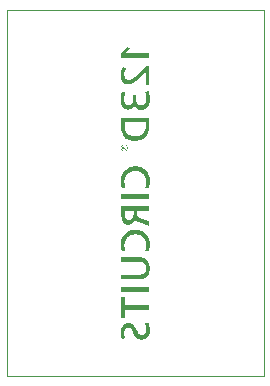
<source format=gbo>
G75*
G71*
%OFA0B0*%
%FSLAX23Y23*%
%IPPOS*%
%LPD*%
%ADD10C,0.1*%
%LPD*%D10*
X0Y0D02*
X0Y100D01*
X0Y199D01*
X0Y299D01*
X0Y399D01*
X0Y498D01*
X0Y598D01*
X0Y698D01*
X0Y798D01*
X0Y897D01*
X0Y997D01*
X0Y1097D01*
X0Y1196D01*
X0Y1296D01*
X0Y1396D01*
X0Y1495D01*
X0Y1595D01*
X0Y1695D01*
X0Y1795D01*
X0Y1894D01*
X0Y1994D01*
X0Y2094D01*
X0Y2193D01*
X0Y2293D01*
X0Y2393D01*
X0Y2492D01*
X0Y2592D01*
X0Y2692D01*
X0Y2791D01*
X0Y2891D01*
X0Y2991D01*
X0Y3091D01*
X0Y3190D01*
X0Y3290D01*
X0Y3390D01*
X0Y3489D01*
X0Y3589D01*
X0Y3689D01*
X0Y3788D01*
X0Y3888D01*
X0Y3988D01*
X0Y4088D01*
X0Y4187D01*
X0Y4287D01*
X0Y4387D01*
X0Y4486D01*
X0Y4586D01*
X0Y4686D01*
X0Y4785D01*
X0Y4885D01*
X0Y4985D01*
X0Y5084D01*
X0Y5184D01*
X0Y5284D01*
X0Y5384D01*
X0Y5483D01*
X0Y5583D01*
X0Y5683D01*
X0Y5782D01*
X0Y5882D01*
X0Y5982D01*
X0Y6081D01*
X0Y6181D01*
X0Y6281D01*
X0Y6380D01*
X0Y6480D01*
X0Y6580D01*
X0Y6680D01*
X0Y6779D01*
X0Y6879D01*
X0Y6979D01*
X0Y7078D01*
X0Y7178D01*
X0Y7278D01*
X0Y7377D01*
X0Y7477D01*
X0Y7577D01*
X0Y7677D01*
X0Y7776D01*
X0Y7876D01*
X0Y7976D01*
X0Y8075D01*
X0Y8175D01*
X0Y8275D01*
X0Y8374D01*
X0Y8474D01*
X0Y8574D01*
X0Y8673D01*
X0Y8773D01*
X0Y8873D01*
X0Y8973D01*
X0Y9072D01*
X0Y9172D01*
X0Y9272D01*
X0Y9371D01*
X0Y9471D01*
X0Y9571D01*
X0Y9670D01*
X0Y9770D01*
X0Y9870D01*
X0Y9970D01*
X0Y10069D01*
X0Y10169D01*
X0Y10269D01*
X0Y10368D01*
X0Y10468D01*
X0Y10568D01*
X0Y10667D01*
X0Y10767D01*
X0Y10867D01*
X0Y10966D01*
X0Y11066D01*
X0Y11166D01*
X0Y11266D01*
X0Y11365D01*
X0Y11465D01*
X0Y11565D01*
X0Y11664D01*
X0Y11764D01*
X0Y11864D01*
X0Y11963D01*
X0Y12063D01*
X0Y12163D01*
X0Y12262D01*
X0Y12362D01*
X0Y12462D01*
X0Y12562D01*
X0Y12661D01*
X0Y12761D01*
X0Y12861D01*
X0Y12960D01*
X0Y13060D01*
X0Y13160D01*
X0Y13259D01*
X0Y13359D01*
X0Y13459D01*
X0Y13559D01*
X0Y13658D01*
X0Y13758D01*
X0Y13858D01*
X0Y13957D01*
X0Y14057D01*
X0Y14157D01*
X0Y14256D01*
X0Y14356D01*
X0Y14456D01*
X0Y14555D01*
X0Y14655D01*
X0Y14755D01*
X0Y14855D01*
X0Y14954D01*
X0Y15054D01*
X0Y15154D01*
X0Y15253D01*
X0Y15353D01*
X0Y15453D01*
X0Y15552D01*
X0Y15652D01*
X0Y15752D01*
X0Y15852D01*
X0Y15951D01*
X0Y16051D01*
X0Y16151D01*
X0Y16250D01*
X0Y16350D01*
X0Y16450D01*
X0Y16549D01*
X0Y16649D01*
X0Y16749D01*
X0Y16848D01*
X0Y16948D01*
X0Y17048D01*
X0Y17148D01*
X0Y17247D01*
X0Y17347D01*
X0Y17447D01*
X0Y17546D01*
X0Y17646D01*
X0Y17746D01*
X0Y17845D01*
X0Y17945D01*
X0Y18045D01*
X0Y18145D01*
X0Y18244D01*
X0Y18344D01*
X0Y18444D01*
X0Y18543D01*
X0Y18643D01*
X0Y18743D01*
X0Y18842D01*
X0Y18942D01*
X0Y19042D01*
X0Y19141D01*
X0Y19241D01*
X0Y19341D01*
X0Y19441D01*
X0Y19540D01*
X0Y19640D01*
X0Y19740D01*
X0Y19839D01*
X0Y19939D01*
X0Y20039D01*
X0Y20138D01*
X0Y20238D01*
X0Y20338D01*
X0Y20438D01*
X0Y20537D01*
X0Y20637D01*
X0Y20737D01*
X0Y20836D01*
X0Y20936D01*
X0Y21036D01*
X0Y21135D01*
X0Y21235D01*
X0Y21335D01*
X0Y21434D01*
X0Y21534D01*
X0Y21634D01*
X0Y21734D01*
X0Y21833D01*
X0Y21933D01*
X0Y22033D01*
X0Y22132D01*
X0Y22232D01*
X0Y22332D01*
X0Y22431D01*
X0Y22531D01*
X0Y22631D01*
X0Y22731D01*
X0Y22830D01*
X0Y22930D01*
X0Y23030D01*
X0Y23129D01*
X0Y23229D01*
X0Y23329D01*
X0Y23428D01*
X0Y23528D01*
X0Y23628D01*
X0Y23727D01*
X0Y23827D01*
X0Y23927D01*
X0Y24027D01*
X0Y24126D01*
X0Y24226D01*
X0Y24326D01*
X0Y24425D01*
X0Y24525D01*
X0Y24625D01*
X0Y24724D01*
X0Y24824D01*
X0Y24924D01*
X0Y25024D01*
X0Y25123D01*
X0Y25223D01*
X0Y25323D01*
X0Y25422D01*
X0Y25522D01*
X0Y25622D01*
X0Y25721D01*
X0Y25821D01*
X0Y25921D01*
X0Y26020D01*
X0Y26120D01*
X0Y26220D01*
X0Y26320D01*
X0Y26419D01*
X0Y26519D01*
X0Y26619D01*
X0Y26718D01*
X0Y26818D01*
X0Y26918D01*
X0Y27017D01*
X0Y27117D01*
X0Y27217D01*
X0Y27317D01*
X0Y27416D01*
X0Y27516D01*
X0Y27616D01*
X0Y27715D01*
X0Y27815D01*
X0Y27915D01*
X0Y28014D01*
X0Y28114D01*
X0Y28214D01*
X0Y28313D01*
X0Y28413D01*
X0Y28513D01*
X0Y28613D01*
X0Y28712D01*
X0Y28812D01*
X0Y28912D01*
X0Y29011D01*
X0Y29111D01*
X0Y29211D01*
X0Y29310D01*
X0Y29410D01*
X0Y29510D01*
X0Y29610D01*
X0Y29709D01*
X0Y29809D01*
X0Y29909D01*
X0Y30008D01*
X0Y30108D01*
X0Y30208D01*
X0Y30307D01*
X0Y30407D01*
X0Y30507D01*
X0Y30607D01*
X0Y30706D01*
X0Y30806D01*
X0Y30906D01*
X0Y31005D01*
X100Y31005D01*
X199Y31005D01*
X299Y31005D01*
X398Y31005D01*
X498Y31005D01*
X598Y31005D01*
X697Y31005D01*
X797Y31005D01*
X897Y31005D01*
X996Y31005D01*
X1096Y31005D01*
X1195Y31005D01*
X1295Y31005D01*
X1395Y31005D01*
X1494Y31005D01*
X1594Y31005D01*
X1694Y31005D01*
X1793Y31005D01*
X1893Y31005D01*
X1992Y31005D01*
X2092Y31005D01*
X2192Y31005D01*
X2291Y31005D01*
X2391Y31005D01*
X2490Y31005D01*
X2590Y31005D01*
X2690Y31005D01*
X2789Y31005D01*
X2889Y31005D01*
X2989Y31005D01*
X3088Y31005D01*
X3188Y31005D01*
X3287Y31005D01*
X3387Y31005D01*
X3487Y31005D01*
X3586Y31005D01*
X3686Y31005D01*
X3785Y31005D01*
X3885Y31005D01*
X3985Y31005D01*
X4084Y31005D01*
X4184Y31005D01*
X4284Y31005D01*
X4383Y31005D01*
X4483Y31005D01*
X4582Y31005D01*
X4682Y31005D01*
X4782Y31005D01*
X4881Y31005D01*
X4981Y31005D01*
X5081Y31005D01*
X5180Y31005D01*
X5280Y31005D01*
X5379Y31005D01*
X5479Y31005D01*
X5579Y31005D01*
X5678Y31005D01*
X5778Y31005D01*
X5877Y31005D01*
X5977Y31005D01*
X6077Y31005D01*
X6176Y31005D01*
X6276Y31005D01*
X6376Y31005D01*
X6475Y31005D01*
X6575Y31005D01*
X6674Y31005D01*
X6774Y31005D01*
X6874Y31005D01*
X6973Y31005D01*
X7073Y31005D01*
X7173Y31005D01*
X7272Y31005D01*
X7372Y31005D01*
X7471Y31005D01*
X7571Y31005D01*
X7671Y31005D01*
X7770Y31005D01*
X7870Y31005D01*
X7969Y31005D01*
X8069Y31005D01*
X8169Y31005D01*
X8268Y31005D01*
X8368Y31005D01*
X8468Y31005D01*
X8567Y31005D01*
X8667Y31005D01*
X8766Y31005D01*
X8866Y31005D01*
X8966Y31005D01*
X9065Y31005D01*
X9165Y31005D01*
X9265Y31005D01*
X9364Y31005D01*
X9464Y31005D01*
X9563Y31005D01*
X9663Y31005D01*
X9763Y31005D01*
X9862Y31005D01*
X9962Y31005D01*
X10061Y31005D01*
X10161Y31005D01*
X10261Y31005D01*
X10360Y31005D01*
X10460Y31005D01*
X10560Y31005D01*
X10659Y31005D01*
X10759Y31005D01*
X10858Y31005D01*
X10958Y31005D01*
X11058Y31005D01*
X11157Y31005D01*
X11257Y31005D01*
X11357Y31005D01*
X11456Y31005D01*
X11556Y31005D01*
X11655Y31005D01*
X11755Y31005D01*
X11855Y31005D01*
X11954Y31005D01*
X12054Y31005D01*
X12153Y31005D01*
X12253Y31005D01*
X12353Y31005D01*
X12452Y31005D01*
X12552Y31005D01*
X12652Y31005D01*
X12751Y31005D01*
X12851Y31005D01*
X12950Y31005D01*
X13050Y31005D01*
X13150Y31005D01*
X13249Y31005D01*
X13349Y31005D01*
X13449Y31005D01*
X13548Y31005D01*
X13648Y31005D01*
X13747Y31005D01*
X13847Y31005D01*
X13947Y31005D01*
X14046Y31005D01*
X14146Y31005D01*
X14245Y31005D01*
X14345Y31005D01*
X14445Y31005D01*
X14544Y31005D01*
X14644Y31005D01*
X14744Y31005D01*
X14843Y31005D01*
X14943Y31005D01*
X15042Y31005D01*
X15142Y31005D01*
X15242Y31005D01*
X15341Y31005D01*
X15441Y31005D01*
X15540Y31005D01*
X15640Y31005D01*
X15740Y31005D01*
X15839Y31005D01*
X15939Y31005D01*
X16039Y31005D01*
X16138Y31005D01*
X16238Y31005D01*
X16337Y31005D01*
X16437Y31005D01*
X16537Y31005D01*
X16636Y31005D01*
X16736Y31005D01*
X16836Y31005D01*
X16935Y31005D01*
X17035Y31005D01*
X17134Y31005D01*
X17234Y31005D01*
X17334Y31005D01*
X17433Y31005D01*
X17533Y31005D01*
X17632Y31005D01*
X17732Y31005D01*
X17832Y31005D01*
X17931Y31005D01*
X18031Y31005D01*
X18131Y31005D01*
X18230Y31005D01*
X18330Y31005D01*
X18429Y31005D01*
X18529Y31005D01*
X18629Y31005D01*
X18728Y31005D01*
X18828Y31005D01*
X18928Y31005D01*
X19027Y31005D01*
X19127Y31005D01*
X19226Y31005D01*
X19326Y31005D01*
X19426Y31005D01*
X19525Y31005D01*
X19625Y31005D01*
X19725Y31005D01*
X19824Y31005D01*
X19924Y31005D01*
X20023Y31005D01*
X20123Y31005D01*
X20223Y31005D01*
X20322Y31005D01*
X20422Y31005D01*
X20521Y31005D01*
X20621Y31005D01*
X20721Y31005D01*
X20820Y31005D01*
X20920Y31005D01*
X21020Y31005D01*
X21119Y31005D01*
X21219Y31005D01*
X21318Y31005D01*
X21418Y31005D01*
X21518Y31005D01*
X21617Y31005D01*
X21717Y31005D01*
X21717Y30906D01*
X21717Y30806D01*
X21717Y30706D01*
X21717Y30607D01*
X21717Y30507D01*
X21717Y30407D01*
X21717Y30307D01*
X21717Y30208D01*
X21717Y30108D01*
X21717Y30008D01*
X21717Y29909D01*
X21717Y29809D01*
X21717Y29709D01*
X21717Y29610D01*
X21717Y29510D01*
X21717Y29410D01*
X21717Y29311D01*
X21717Y29211D01*
X21717Y29111D01*
X21717Y29011D01*
X21717Y28912D01*
X21717Y28812D01*
X21717Y28712D01*
X21717Y28613D01*
X21717Y28513D01*
X21717Y28413D01*
X21717Y28314D01*
X21717Y28214D01*
X21717Y28114D01*
X21717Y28014D01*
X21717Y27915D01*
X21717Y27815D01*
X21717Y27715D01*
X21717Y27616D01*
X21717Y27516D01*
X21717Y27416D01*
X21717Y27317D01*
X21717Y27217D01*
X21717Y27117D01*
X21717Y27018D01*
X21717Y26918D01*
X21717Y26818D01*
X21717Y26718D01*
X21717Y26619D01*
X21717Y26519D01*
X21717Y26419D01*
X21717Y26320D01*
X21717Y26220D01*
X21717Y26120D01*
X21717Y26021D01*
X21717Y25921D01*
X21717Y25821D01*
X21717Y25721D01*
X21717Y25622D01*
X21717Y25522D01*
X21717Y25422D01*
X21717Y25323D01*
X21717Y25223D01*
X21717Y25123D01*
X21717Y25024D01*
X21717Y24924D01*
X21717Y24824D01*
X21717Y24725D01*
X21717Y24625D01*
X21717Y24525D01*
X21717Y24425D01*
X21717Y24326D01*
X21717Y24226D01*
X21717Y24126D01*
X21717Y24027D01*
X21717Y23927D01*
X21717Y23827D01*
X21717Y23728D01*
X21717Y23628D01*
X21717Y23528D01*
X21717Y23428D01*
X21717Y23329D01*
X21717Y23229D01*
X21717Y23129D01*
X21717Y23030D01*
X21717Y22930D01*
X21717Y22830D01*
X21717Y22731D01*
X21717Y22631D01*
X21717Y22531D01*
X21717Y22432D01*
X21717Y22332D01*
X21717Y22232D01*
X21717Y22132D01*
X21717Y22033D01*
X21717Y21933D01*
X21717Y21833D01*
X21717Y21734D01*
X21717Y21634D01*
X21717Y21534D01*
X21717Y21435D01*
X21717Y21335D01*
X21717Y21235D01*
X21717Y21135D01*
X21717Y21036D01*
X21717Y20936D01*
X21717Y20836D01*
X21717Y20737D01*
X21717Y20637D01*
X21717Y20537D01*
X21717Y20438D01*
X21717Y20338D01*
X21717Y20238D01*
X21717Y20139D01*
X21717Y20039D01*
X21717Y19939D01*
X21717Y19839D01*
X21717Y19740D01*
X21717Y19640D01*
X21717Y19540D01*
X21717Y19441D01*
X21717Y19341D01*
X21717Y19241D01*
X21717Y19142D01*
X21717Y19042D01*
X21717Y18942D01*
X21717Y18843D01*
X21717Y18743D01*
X21717Y18643D01*
X21717Y18543D01*
X21717Y18444D01*
X21717Y18344D01*
X21717Y18244D01*
X21717Y18145D01*
X21717Y18045D01*
X21717Y17945D01*
X21717Y17846D01*
X21717Y17746D01*
X21717Y17646D01*
X21717Y17546D01*
X21717Y17447D01*
X21717Y17347D01*
X21717Y17247D01*
X21717Y17148D01*
X21717Y17048D01*
X21717Y16948D01*
X21717Y16849D01*
X21717Y16749D01*
X21717Y16649D01*
X21717Y16550D01*
X21717Y16450D01*
X21717Y16350D01*
X21717Y16250D01*
X21717Y16151D01*
X21717Y16051D01*
X21717Y15951D01*
X21717Y15852D01*
X21717Y15752D01*
X21717Y15652D01*
X21717Y15553D01*
X21717Y15453D01*
X21717Y15353D01*
X21717Y15253D01*
X21717Y15154D01*
X21717Y15054D01*
X21717Y14954D01*
X21717Y14855D01*
X21717Y14755D01*
X21717Y14655D01*
X21717Y14556D01*
X21717Y14456D01*
X21717Y14356D01*
X21717Y14257D01*
X21717Y14157D01*
X21717Y14057D01*
X21717Y13957D01*
X21717Y13858D01*
X21717Y13758D01*
X21717Y13658D01*
X21717Y13559D01*
X21717Y13459D01*
X21717Y13359D01*
X21717Y13260D01*
X21717Y13160D01*
X21717Y13060D01*
X21717Y12961D01*
X21717Y12861D01*
X21717Y12761D01*
X21717Y12661D01*
X21717Y12562D01*
X21717Y12462D01*
X21717Y12362D01*
X21717Y12263D01*
X21717Y12163D01*
X21717Y12063D01*
X21717Y11964D01*
X21717Y11864D01*
X21717Y11764D01*
X21717Y11664D01*
X21717Y11565D01*
X21717Y11465D01*
X21717Y11365D01*
X21717Y11266D01*
X21717Y11166D01*
X21717Y11066D01*
X21717Y10967D01*
X21717Y10867D01*
X21717Y10767D01*
X21717Y10667D01*
X21717Y10568D01*
X21717Y10468D01*
X21717Y10368D01*
X21717Y10269D01*
X21717Y10169D01*
X21717Y10069D01*
X21717Y9970D01*
X21717Y9870D01*
X21717Y9770D01*
X21717Y9671D01*
X21717Y9571D01*
X21717Y9471D01*
X21717Y9371D01*
X21717Y9272D01*
X21717Y9172D01*
X21717Y9072D01*
X21717Y8973D01*
X21717Y8873D01*
X21717Y8773D01*
X21717Y8674D01*
X21717Y8574D01*
X21717Y8474D01*
X21717Y8375D01*
X21717Y8275D01*
X21717Y8175D01*
X21717Y8075D01*
X21717Y7976D01*
X21717Y7876D01*
X21717Y7776D01*
X21717Y7677D01*
X21717Y7577D01*
X21717Y7477D01*
X21717Y7378D01*
X21717Y7278D01*
X21717Y7178D01*
X21717Y7078D01*
X21717Y6979D01*
X21717Y6879D01*
X21717Y6779D01*
X21717Y6680D01*
X21717Y6580D01*
X21717Y6480D01*
X21717Y6381D01*
X21717Y6281D01*
X21717Y6181D01*
X21717Y6082D01*
X21717Y5982D01*
X21717Y5882D01*
X21717Y5782D01*
X21717Y5683D01*
X21717Y5583D01*
X21717Y5483D01*
X21717Y5384D01*
X21717Y5284D01*
X21717Y5184D01*
X21717Y5085D01*
X21717Y4985D01*
X21717Y4885D01*
X21717Y4785D01*
X21717Y4686D01*
X21717Y4586D01*
X21717Y4486D01*
X21717Y4387D01*
X21717Y4287D01*
X21717Y4187D01*
X21717Y4088D01*
X21717Y3988D01*
X21717Y3888D01*
X21717Y3788D01*
X21717Y3689D01*
X21717Y3589D01*
X21717Y3489D01*
X21717Y3390D01*
X21717Y3290D01*
X21717Y3190D01*
X21717Y3091D01*
X21717Y2991D01*
X21717Y2891D01*
X21717Y2792D01*
X21717Y2692D01*
X21717Y2592D01*
X21717Y2492D01*
X21717Y2393D01*
X21717Y2293D01*
X21717Y2193D01*
X21717Y2094D01*
X21717Y1994D01*
X21717Y1894D01*
X21717Y1795D01*
X21717Y1695D01*
X21717Y1595D01*
X21717Y1495D01*
X21717Y1396D01*
X21717Y1296D01*
X21717Y1196D01*
X21717Y1097D01*
X21717Y997D01*
X21717Y897D01*
X21717Y798D01*
X21717Y698D01*
X21717Y598D01*
X21717Y499D01*
X21717Y399D01*
X21717Y299D01*
X21717Y199D01*
X21717Y100D01*
X21717Y0D01*
X21617Y0D01*
X21518Y0D01*
X21418Y0D01*
X21318Y0D01*
X21219Y0D01*
X21119Y0D01*
X21020Y0D01*
X20920Y0D01*
X20820Y0D01*
X20721Y0D01*
X20621Y0D01*
X20522Y0D01*
X20422Y0D01*
X20322Y0D01*
X20223Y0D01*
X20123Y0D01*
X20023Y0D01*
X19924Y0D01*
X19824Y0D01*
X19725Y0D01*
X19625Y0D01*
X19525Y0D01*
X19426Y0D01*
X19326Y0D01*
X19226Y0D01*
X19127Y0D01*
X19027Y0D01*
X18928Y0D01*
X18828Y0D01*
X18728Y0D01*
X18629Y0D01*
X18529Y0D01*
X18430Y0D01*
X18330Y0D01*
X18230Y0D01*
X18131Y0D01*
X18031Y0D01*
X17931Y0D01*
X17832Y0D01*
X17732Y0D01*
X17633Y0D01*
X17533Y0D01*
X17433Y0D01*
X17334Y0D01*
X17234Y0D01*
X17134Y0D01*
X17035Y0D01*
X16935Y0D01*
X16836Y0D01*
X16736Y0D01*
X16636Y0D01*
X16537Y0D01*
X16437Y0D01*
X16338Y0D01*
X16238Y0D01*
X16138Y0D01*
X16039Y0D01*
X15939Y0D01*
X15839Y0D01*
X15740Y0D01*
X15640Y0D01*
X15541Y0D01*
X15441Y0D01*
X15341Y0D01*
X15242Y0D01*
X15142Y0D01*
X15042Y0D01*
X14943Y0D01*
X14843Y0D01*
X14744Y0D01*
X14644Y0D01*
X14544Y0D01*
X14445Y0D01*
X14345Y0D01*
X14246Y0D01*
X14146Y0D01*
X14046Y0D01*
X13947Y0D01*
X13847Y0D01*
X13747Y0D01*
X13648Y0D01*
X13548Y0D01*
X13449Y0D01*
X13349Y0D01*
X13249Y0D01*
X13150Y0D01*
X13050Y0D01*
X12950Y0D01*
X12851Y0D01*
X12751Y0D01*
X12652Y0D01*
X12552Y0D01*
X12452Y0D01*
X12353Y0D01*
X12253Y0D01*
X12154Y0D01*
X12054Y0D01*
X11954Y0D01*
X11855Y0D01*
X11755Y0D01*
X11655Y0D01*
X11556Y0D01*
X11456Y0D01*
X11357Y0D01*
X11257Y0D01*
X11157Y0D01*
X11058Y0D01*
X10958Y0D01*
X10859Y0D01*
X10759Y0D01*
X10659Y0D01*
X10560Y0D01*
X10460Y0D01*
X10360Y0D01*
X10261Y0D01*
X10161Y0D01*
X10062Y0D01*
X9962Y0D01*
X9862Y0D01*
X9763Y0D01*
X9663Y0D01*
X9563Y0D01*
X9464Y0D01*
X9364Y0D01*
X9265Y0D01*
X9165Y0D01*
X9065Y0D01*
X8966Y0D01*
X8866Y0D01*
X8767Y0D01*
X8667Y0D01*
X8567Y0D01*
X8468Y0D01*
X8368Y0D01*
X8268Y0D01*
X8169Y0D01*
X8069Y0D01*
X7970Y0D01*
X7870Y0D01*
X7770Y0D01*
X7671Y0D01*
X7571Y0D01*
X7471Y0D01*
X7372Y0D01*
X7272Y0D01*
X7173Y0D01*
X7073Y0D01*
X6973Y0D01*
X6874Y0D01*
X6774Y0D01*
X6675Y0D01*
X6575Y0D01*
X6475Y0D01*
X6376Y0D01*
X6276Y0D01*
X6176Y0D01*
X6077Y0D01*
X5977Y0D01*
X5878Y0D01*
X5778Y0D01*
X5678Y0D01*
X5579Y0D01*
X5479Y0D01*
X5379Y0D01*
X5280Y0D01*
X5180Y0D01*
X5081Y0D01*
X4981Y0D01*
X4881Y0D01*
X4782Y0D01*
X4682Y0D01*
X4583Y0D01*
X4483Y0D01*
X4383Y0D01*
X4284Y0D01*
X4184Y0D01*
X4084Y0D01*
X3985Y0D01*
X3885Y0D01*
X3786Y0D01*
X3686Y0D01*
X3586Y0D01*
X3487Y0D01*
X3387Y0D01*
X3287Y0D01*
X3188Y0D01*
X3088Y0D01*
X2989Y0D01*
X2889Y0D01*
X2789Y0D01*
X2690Y0D01*
X2590Y0D01*
X2491Y0D01*
X2391Y0D01*
X2291Y0D01*
X2192Y0D01*
X2092Y0D01*
X1992Y0D01*
X1893Y0D01*
X1793Y0D01*
X1694Y0D01*
X1594Y0D01*
X1494Y0D01*
X1395Y0D01*
X1295Y0D01*
X1195Y0D01*
X1096Y0D01*
X996Y0D01*
X897Y0D01*
X797Y0D01*
X697Y0D01*
X598Y0D01*
X498Y0D01*
X399Y0D01*
X299Y0D01*
X199Y0D01*
X100Y0D01*
X0Y0D01*
X0Y0D01*
X0Y0D01*
X0Y0D01*
X0Y0D01*
X0Y0D01*
X0Y0D01*
G36*
X12047Y27327D02*
X10062Y27327D01*
X10405Y27751D01*
X10148Y27905D01*
X9666Y27280D01*
X9666Y26952D01*
X12047Y26952D01*
X12047Y27327D01*
G37*
G36*
X12047Y26234D02*
X11754Y26234D01*
X10941Y25437D01*
X10824Y25334D01*
X10701Y25242D01*
X10639Y25202D01*
X10575Y25167D01*
X10511Y25139D01*
X10446Y25117D01*
X10381Y25104D01*
X10316Y25099D01*
X10270Y25101D01*
X10227Y25109D01*
X10187Y25120D01*
X10149Y25136D01*
X10115Y25156D01*
X10083Y25179D01*
X10054Y25206D01*
X10028Y25235D01*
X10004Y25268D01*
X9984Y25303D01*
X9967Y25340D01*
X9952Y25379D01*
X9941Y25420D01*
X9933Y25462D01*
X9928Y25505D01*
X9926Y25549D01*
X9930Y25628D01*
X9939Y25705D01*
X9963Y25817D01*
X9985Y25889D01*
X10040Y26031D01*
X10087Y26134D01*
X9780Y26152D01*
X9721Y25997D01*
X9673Y25837D01*
X9655Y25754D01*
X9642Y25671D01*
X9633Y25587D01*
X9631Y25502D01*
X9633Y25424D01*
X9639Y25348D01*
X9651Y25274D01*
X9667Y25203D01*
X9688Y25134D01*
X9715Y25069D01*
X9746Y25008D01*
X9783Y24951D01*
X9825Y24899D01*
X9873Y24853D01*
X9926Y24812D01*
X9986Y24778D01*
X10051Y24750D01*
X10122Y24730D01*
X10200Y24718D01*
X10283Y24713D01*
X10364Y24718D01*
X10441Y24733D01*
X10519Y24757D01*
X10595Y24788D01*
X10669Y24826D01*
X10742Y24870D01*
X10883Y24972D01*
X11758Y25777D01*
X11758Y24674D01*
X12047Y24674D01*
X12047Y26234D01*
X12047Y26234D01*
G37*
G36*
X11687Y24099D02*
X11712Y24029D01*
X11735Y23957D01*
X11768Y23808D01*
X11788Y23660D01*
X11794Y23517D01*
X11792Y23459D01*
X11787Y23402D01*
X11779Y23346D01*
X11767Y23293D01*
X11752Y23241D01*
X11733Y23193D01*
X11711Y23147D01*
X11684Y23105D01*
X11655Y23067D01*
X11621Y23032D01*
X11583Y23002D01*
X11541Y22976D01*
X11495Y22956D01*
X11444Y22941D01*
X11389Y22932D01*
X11330Y22928D01*
X11275Y22932D01*
X11225Y22941D01*
X11181Y22956D01*
X11141Y22977D01*
X11105Y23002D01*
X11073Y23033D01*
X11045Y23067D01*
X11021Y23105D01*
X11001Y23146D01*
X10983Y23191D01*
X10970Y23238D01*
X10959Y23287D01*
X10950Y23337D01*
X10942Y23443D01*
X10941Y23810D01*
X10673Y23810D01*
X10672Y23481D01*
X10662Y23366D01*
X10653Y23312D01*
X10641Y23261D01*
X10626Y23213D01*
X10607Y23169D01*
X10586Y23129D01*
X10560Y23092D01*
X10531Y23060D01*
X10498Y23032D01*
X10460Y23008D01*
X10419Y22989D01*
X10372Y22976D01*
X10322Y22967D01*
X10266Y22964D01*
X10217Y22967D01*
X10173Y22976D01*
X10132Y22990D01*
X10096Y23010D01*
X10064Y23034D01*
X10035Y23062D01*
X10009Y23095D01*
X9987Y23130D01*
X9969Y23169D01*
X9953Y23210D01*
X9940Y23253D01*
X9929Y23298D01*
X9922Y23345D01*
X9913Y23441D01*
X9914Y23554D01*
X9930Y23692D01*
X9959Y23832D01*
X10001Y23969D01*
X10026Y24035D01*
X9734Y24057D01*
X9689Y23905D01*
X9657Y23751D01*
X9637Y23594D01*
X9631Y23435D01*
X9638Y23279D01*
X9647Y23201D01*
X9660Y23126D01*
X9678Y23052D01*
X9701Y22982D01*
X9728Y22915D01*
X9761Y22852D01*
X9799Y22794D01*
X9842Y22742D01*
X9891Y22696D01*
X9947Y22657D01*
X10008Y22625D01*
X10076Y22602D01*
X10152Y22587D01*
X10233Y22582D01*
X10289Y22585D01*
X10342Y22591D01*
X10392Y22602D01*
X10440Y22618D01*
X10484Y22637D01*
X10527Y22660D01*
X10566Y22687D01*
X10603Y22718D01*
X10636Y22752D01*
X10668Y22788D01*
X10696Y22828D01*
X10722Y22871D01*
X10745Y22917D01*
X10765Y22965D01*
X10783Y23015D01*
X10798Y23068D01*
X10807Y23013D01*
X10820Y22961D01*
X10836Y22910D01*
X10855Y22861D01*
X10878Y22815D01*
X10904Y22771D01*
X10934Y22730D01*
X10966Y22692D01*
X11002Y22658D01*
X11040Y22627D01*
X11082Y22600D01*
X11127Y22578D01*
X11174Y22560D01*
X11224Y22547D01*
X11278Y22539D01*
X11333Y22536D01*
X11429Y22541D01*
X11518Y22557D01*
X11600Y22584D01*
X11675Y22619D01*
X11744Y22663D01*
X11805Y22714D01*
X11860Y22774D01*
X11909Y22839D01*
X11952Y22910D01*
X11988Y22986D01*
X12019Y23067D01*
X12044Y23152D01*
X12062Y23239D01*
X12076Y23329D01*
X12084Y23421D01*
X12084Y23633D01*
X12070Y23786D01*
X12045Y23935D01*
X12027Y24009D01*
X11994Y24121D01*
X11687Y24099D01*
X11687Y24099D01*
X11687Y24099D01*
G37*
G36*
X10681Y19939D02*
X10549Y19954D01*
X10426Y19980D01*
X10312Y20016D01*
X10208Y20061D01*
X10113Y20116D01*
X10028Y20180D01*
X9951Y20254D01*
X9884Y20337D01*
X9826Y20428D01*
X9777Y20528D01*
X9737Y20637D01*
X9706Y20753D01*
X9684Y20878D01*
X9671Y21011D01*
X9666Y21882D01*
X10814Y21882D01*
X10814Y21493D01*
X9955Y21493D01*
X9959Y21088D01*
X9970Y20992D01*
X9989Y20904D01*
X10014Y20821D01*
X10046Y20744D01*
X10086Y20675D01*
X10132Y20611D01*
X10184Y20555D01*
X10243Y20505D01*
X10308Y20462D01*
X10379Y20424D01*
X10457Y20394D01*
X10540Y20371D01*
X10629Y20354D01*
X10723Y20343D01*
X10823Y20340D01*
X10937Y20344D01*
X11044Y20356D01*
X11144Y20376D01*
X11235Y20403D01*
X11319Y20438D01*
X11396Y20481D01*
X11465Y20531D01*
X11527Y20588D01*
X11582Y20653D01*
X11628Y20725D01*
X11668Y20803D01*
X11700Y20889D01*
X11726Y20981D01*
X11744Y21080D01*
X11754Y21185D01*
X11758Y21493D01*
X10814Y21493D01*
X10814Y21882D01*
X12047Y21882D01*
X12042Y21113D01*
X12028Y20975D01*
X12005Y20844D01*
X11972Y20720D01*
X11930Y20603D01*
X11878Y20493D01*
X11817Y20393D01*
X11745Y20301D01*
X11665Y20218D01*
X11574Y20145D01*
X11474Y20082D01*
X11363Y20030D01*
X11243Y19988D01*
X11113Y19958D01*
X10973Y19939D01*
X10823Y19933D01*
X10681Y19939D01*
G37*
G36*
X9895Y19040D02*
X9867Y19044D01*
X9840Y19051D01*
X9813Y19060D01*
X9789Y19072D01*
X9765Y19087D01*
X9743Y19103D01*
X9723Y19122D01*
X9704Y19142D01*
X9688Y19164D01*
X9673Y19188D01*
X9662Y19213D01*
X9652Y19239D01*
X9645Y19266D01*
X9640Y19295D01*
X9639Y19324D01*
X9640Y19353D01*
X9645Y19382D01*
X9652Y19409D01*
X9662Y19435D01*
X9673Y19460D01*
X9688Y19484D01*
X9704Y19506D01*
X9723Y19526D01*
X9743Y19545D01*
X9765Y19561D01*
X9789Y19575D01*
X9813Y19587D01*
X9840Y19597D01*
X9867Y19604D01*
X9895Y19608D01*
X9924Y19610D01*
X9924Y19563D01*
X9900Y19562D01*
X9875Y19558D01*
X9852Y19553D01*
X9830Y19545D01*
X9809Y19535D01*
X9789Y19523D01*
X9770Y19509D01*
X9752Y19494D01*
X9737Y19477D01*
X9723Y19458D01*
X9710Y19439D01*
X9700Y19418D01*
X9691Y19395D01*
X9685Y19372D01*
X9682Y19349D01*
X9681Y19324D01*
X9682Y19299D01*
X9685Y19276D01*
X9692Y19253D01*
X9700Y19231D01*
X9711Y19210D01*
X9723Y19190D01*
X9737Y19171D01*
X9753Y19154D01*
X9770Y19139D01*
X9789Y19125D01*
X9809Y19114D01*
X9830Y19103D01*
X9853Y19096D01*
X9876Y19089D01*
X9900Y19086D01*
X9924Y19085D01*
X9949Y19086D01*
X9973Y19089D01*
X9996Y19096D01*
X10019Y19103D01*
X10040Y19114D01*
X10060Y19125D01*
X10079Y19139D01*
X10097Y19154D01*
X10113Y19171D01*
X10127Y19190D01*
X10140Y19210D01*
X10150Y19231D01*
X10158Y19253D01*
X10164Y19276D01*
X10168Y19299D01*
X10169Y19324D01*
X10169Y19337D01*
X10168Y19349D01*
X10164Y19372D01*
X10158Y19395D01*
X10150Y19418D01*
X10140Y19439D01*
X10127Y19458D01*
X10113Y19477D01*
X10097Y19494D01*
X10079Y19509D01*
X10060Y19523D01*
X10040Y19535D01*
X10018Y19545D01*
X9996Y19553D01*
X9973Y19558D01*
X9949Y19562D01*
X9924Y19563D01*
X9924Y19610D01*
X9946Y19609D01*
X9968Y19607D01*
X9989Y19603D01*
X10009Y19597D01*
X10029Y19590D01*
X10048Y19582D01*
X10067Y19572D01*
X10085Y19561D01*
X10101Y19549D01*
X10117Y19536D01*
X10132Y19522D01*
X10146Y19506D01*
X10158Y19490D01*
X10169Y19473D01*
X10180Y19455D01*
X10188Y19435D01*
X10198Y19409D01*
X10205Y19381D01*
X10210Y19353D01*
X10211Y19324D01*
X10209Y19295D01*
X10205Y19266D01*
X10198Y19239D01*
X10188Y19213D01*
X10176Y19188D01*
X10162Y19164D01*
X10146Y19142D01*
X10127Y19122D01*
X10107Y19103D01*
X10084Y19087D01*
X10060Y19072D01*
X10036Y19060D01*
X10009Y19051D01*
X9982Y19044D01*
X9953Y19040D01*
X9924Y19038D01*
X9895Y19040D01*
G37*
G36*
X9969Y19242D02*
X9961Y19247D01*
X9953Y19251D01*
X9947Y19256D01*
X9941Y19261D01*
X9936Y19268D01*
X9932Y19275D01*
X9929Y19284D01*
X9926Y19293D01*
X9923Y19277D01*
X9917Y19262D01*
X9909Y19248D01*
X9900Y19236D01*
X9889Y19225D01*
X9875Y19217D01*
X9861Y19212D01*
X9846Y19210D01*
X9824Y19212D01*
X9806Y19219D01*
X9791Y19230D01*
X9779Y19244D01*
X9769Y19260D01*
X9763Y19279D01*
X9760Y19300D01*
X9758Y19322D01*
X9758Y19423D01*
X9851Y19423D01*
X9851Y19380D01*
X9796Y19380D01*
X9797Y19327D01*
X9799Y19311D01*
X9801Y19296D01*
X9805Y19283D01*
X9812Y19272D01*
X9821Y19263D01*
X9832Y19258D01*
X9846Y19256D01*
X9862Y19258D01*
X9874Y19263D01*
X9884Y19272D01*
X9891Y19283D01*
X9897Y19296D01*
X9901Y19311D01*
X9902Y19326D01*
X9903Y19380D01*
X9851Y19380D01*
X9851Y19423D01*
X10092Y19423D01*
X10092Y19380D01*
X9941Y19380D01*
X9942Y19336D01*
X9943Y19324D01*
X9946Y19314D01*
X9951Y19305D01*
X9957Y19299D01*
X9964Y19292D01*
X9974Y19287D01*
X10092Y19232D01*
X10092Y19186D01*
X9969Y19242D01*
X9969Y19242D01*
G37*
G36*
X11983Y15937D02*
X12009Y16003D01*
X12030Y16073D01*
X12048Y16147D01*
X12073Y16298D01*
X12085Y16448D01*
X12086Y16519D01*
X12081Y16658D01*
X12065Y16791D01*
X12039Y16917D01*
X12002Y17036D01*
X11955Y17147D01*
X11899Y17251D01*
X11834Y17346D01*
X11759Y17433D01*
X11675Y17512D01*
X11582Y17580D01*
X11482Y17640D01*
X11373Y17689D01*
X11255Y17728D01*
X11131Y17756D01*
X10998Y17773D01*
X10858Y17780D01*
X10725Y17773D01*
X10596Y17755D01*
X10474Y17726D01*
X10359Y17685D01*
X10251Y17634D01*
X10150Y17573D01*
X10057Y17502D01*
X9972Y17423D01*
X9895Y17334D01*
X9827Y17238D01*
X9768Y17134D01*
X9720Y17023D01*
X9681Y16906D01*
X9653Y16782D01*
X9636Y16653D01*
X9631Y16519D01*
X9636Y16377D01*
X9653Y16227D01*
X9680Y16080D01*
X9699Y16010D01*
X9719Y15945D01*
X10034Y15966D01*
X10010Y16023D01*
X9990Y16084D01*
X9973Y16148D01*
X9947Y16280D01*
X9935Y16412D01*
X9934Y16477D01*
X9939Y16578D01*
X9952Y16675D01*
X9974Y16766D01*
X10003Y16852D01*
X10041Y16931D01*
X10086Y17005D01*
X10138Y17072D01*
X10197Y17133D01*
X10261Y17188D01*
X10332Y17236D01*
X10408Y17277D01*
X10489Y17311D01*
X10575Y17338D01*
X10666Y17357D01*
X10760Y17369D01*
X10858Y17373D01*
X10959Y17369D01*
X11056Y17358D01*
X11148Y17339D01*
X11235Y17313D01*
X11317Y17281D01*
X11392Y17241D01*
X11463Y17194D01*
X11527Y17141D01*
X11585Y17081D01*
X11635Y17015D01*
X11679Y16942D01*
X11716Y16862D01*
X11745Y16776D01*
X11766Y16685D01*
X11778Y16588D01*
X11783Y16484D01*
X11777Y16348D01*
X11759Y16214D01*
X11745Y16148D01*
X11727Y16083D01*
X11693Y15990D01*
X11680Y15959D01*
X11983Y15937D01*
X11983Y15937D01*
G37*
G36*
X12047Y15420D02*
X9666Y15420D01*
X9666Y15031D01*
X12047Y15031D01*
X12047Y15420D01*
X12047Y15420D01*
G37*
G36*
X11180Y13035D02*
X11116Y13064D01*
X11059Y13097D01*
X11032Y13114D01*
X11006Y13133D01*
X10983Y13153D01*
X10961Y13174D01*
X10941Y13196D01*
X10922Y13220D01*
X10906Y13244D01*
X10892Y13270D01*
X10879Y13297D01*
X10869Y13325D01*
X10860Y13354D01*
X10855Y13385D01*
X10844Y13330D01*
X10830Y13276D01*
X10812Y13224D01*
X10790Y13173D01*
X10764Y13126D01*
X10735Y13081D01*
X10703Y13039D01*
X10668Y13000D01*
X10629Y12964D01*
X10588Y12933D01*
X10543Y12905D01*
X10496Y12882D01*
X10446Y12864D01*
X10393Y12850D01*
X10338Y12842D01*
X10280Y12839D01*
X10190Y12844D01*
X10109Y12859D01*
X10036Y12882D01*
X9972Y12914D01*
X9914Y12953D01*
X9864Y13000D01*
X9821Y13053D01*
X9784Y13111D01*
X9753Y13174D01*
X9728Y13241D01*
X9707Y13312D01*
X9691Y13386D01*
X9672Y13539D01*
X9666Y14402D01*
X10321Y14402D01*
X10321Y14021D01*
X9948Y14021D01*
X9951Y13659D01*
X9961Y13561D01*
X9970Y13515D01*
X9981Y13471D01*
X9996Y13430D01*
X10013Y13392D01*
X10035Y13358D01*
X10060Y13327D01*
X10089Y13300D01*
X10123Y13277D01*
X10161Y13259D01*
X10205Y13246D01*
X10254Y13238D01*
X10309Y13235D01*
X10363Y13238D01*
X10413Y13248D01*
X10458Y13263D01*
X10500Y13283D01*
X10536Y13309D01*
X10569Y13338D01*
X10598Y13372D01*
X10624Y13409D01*
X10646Y13449D01*
X10664Y13492D01*
X10680Y13537D01*
X10692Y13583D01*
X10701Y13631D01*
X10707Y13680D01*
X10712Y14021D01*
X10321Y14021D01*
X10321Y14402D01*
X12047Y14402D01*
X12047Y14021D01*
X10998Y14021D01*
X11001Y13742D01*
X11005Y13705D01*
X11012Y13671D01*
X11021Y13639D01*
X11032Y13610D01*
X11045Y13583D01*
X11062Y13557D01*
X11081Y13534D01*
X11103Y13512D01*
X11128Y13492D01*
X11157Y13472D01*
X11189Y13454D01*
X11264Y13417D01*
X12047Y13107D01*
X12047Y12682D01*
X11180Y13035D01*
X11180Y13035D01*
G37*
G36*
X11983Y10576D02*
X12009Y10642D01*
X12030Y10711D01*
X12048Y10785D01*
X12073Y10936D01*
X12085Y11086D01*
X12086Y11158D01*
X12081Y11297D01*
X12065Y11429D01*
X12039Y11555D01*
X12002Y11674D01*
X11955Y11785D01*
X11899Y11889D01*
X11834Y11984D01*
X11759Y12072D01*
X11675Y12150D01*
X11582Y12218D01*
X11482Y12278D01*
X11373Y12327D01*
X11255Y12367D01*
X11131Y12395D01*
X10998Y12412D01*
X10858Y12418D01*
X10725Y12412D01*
X10596Y12393D01*
X10474Y12364D01*
X10359Y12323D01*
X10251Y12272D01*
X10150Y12211D01*
X10057Y12140D01*
X9972Y12061D01*
X9895Y11972D01*
X9827Y11876D01*
X9768Y11773D01*
X9720Y11662D01*
X9681Y11544D01*
X9653Y11421D01*
X9636Y11292D01*
X9631Y11158D01*
X9636Y11015D01*
X9653Y10865D01*
X9680Y10718D01*
X9699Y10648D01*
X9719Y10583D01*
X10034Y10604D01*
X10010Y10661D01*
X9990Y10722D01*
X9973Y10786D01*
X9947Y10918D01*
X9935Y11051D01*
X9934Y11115D01*
X9939Y11217D01*
X9952Y11313D01*
X9974Y11404D01*
X10003Y11490D01*
X10041Y11569D01*
X10086Y11643D01*
X10138Y11710D01*
X10197Y11771D01*
X10261Y11826D01*
X10332Y11874D01*
X10408Y11915D01*
X10489Y11949D01*
X10575Y11976D01*
X10666Y11995D01*
X10760Y12007D01*
X10858Y12011D01*
X10959Y12007D01*
X11056Y11996D01*
X11148Y11977D01*
X11235Y11952D01*
X11317Y11919D01*
X11392Y11879D01*
X11463Y11832D01*
X11527Y11779D01*
X11585Y11719D01*
X11635Y11653D01*
X11679Y11580D01*
X11716Y11500D01*
X11745Y11415D01*
X11766Y11323D01*
X11778Y11226D01*
X11783Y11088D01*
X11774Y10952D01*
X11753Y10819D01*
X11737Y10754D01*
X11717Y10690D01*
X11680Y10597D01*
X11983Y10576D01*
X11983Y10576D01*
G37*
G36*
X11183Y9698D02*
X11247Y9696D01*
X11308Y9689D01*
X11367Y9679D01*
X11423Y9664D01*
X11476Y9645D01*
X11525Y9621D01*
X11571Y9594D01*
X11613Y9562D01*
X11651Y9526D01*
X11684Y9485D01*
X11714Y9440D01*
X11738Y9390D01*
X11757Y9336D01*
X11771Y9278D01*
X11780Y9215D01*
X11783Y9148D01*
X11780Y9081D01*
X11771Y9017D01*
X11758Y8959D01*
X11738Y8905D01*
X11714Y8855D01*
X11686Y8810D01*
X11652Y8769D01*
X11614Y8732D01*
X11572Y8700D01*
X11527Y8672D01*
X11478Y8648D01*
X11424Y8629D01*
X11368Y8614D01*
X11309Y8603D01*
X11247Y8597D01*
X9666Y8595D01*
X9666Y8205D01*
X11285Y8210D01*
X11384Y8224D01*
X11477Y8245D01*
X11564Y8275D01*
X11644Y8313D01*
X11719Y8358D01*
X11787Y8410D01*
X11849Y8470D01*
X11903Y8535D01*
X11951Y8607D01*
X11992Y8685D01*
X12025Y8769D01*
X12052Y8857D01*
X12071Y8951D01*
X12083Y9049D01*
X12086Y9151D01*
X12083Y9254D01*
X12072Y9351D01*
X12053Y9445D01*
X12028Y9532D01*
X11995Y9615D01*
X11955Y9692D01*
X11908Y9763D01*
X11855Y9828D01*
X11795Y9886D01*
X11728Y9938D01*
X11654Y9982D01*
X11574Y10019D01*
X11488Y10048D01*
X11395Y10069D01*
X11296Y10083D01*
X9666Y10087D01*
X9666Y9698D01*
X11183Y9698D01*
X11183Y9698D01*
G37*
G36*
X12047Y7552D02*
X9666Y7552D01*
X9666Y7163D01*
X12047Y7163D01*
X12047Y7552D01*
X12047Y7552D01*
G37*
G36*
X12047Y6007D02*
X9987Y6007D01*
X9987Y6731D01*
X9666Y6731D01*
X9666Y4889D01*
X9987Y4889D01*
X9987Y5617D01*
X12047Y5617D01*
X12047Y6007D01*
G37*
G36*
X11658Y4518D02*
X11692Y4448D01*
X11720Y4380D01*
X11743Y4311D01*
X11762Y4241D01*
X11776Y4170D01*
X11786Y4097D01*
X11794Y3943D01*
X11792Y3900D01*
X11788Y3858D01*
X11782Y3816D01*
X11772Y3775D01*
X11760Y3736D01*
X11745Y3698D01*
X11726Y3662D01*
X11704Y3629D01*
X11680Y3599D01*
X11650Y3571D01*
X11619Y3546D01*
X11583Y3525D01*
X11543Y3509D01*
X11500Y3496D01*
X11452Y3489D01*
X11401Y3486D01*
X11360Y3488D01*
X11322Y3495D01*
X11287Y3505D01*
X11253Y3519D01*
X11223Y3537D01*
X11194Y3558D01*
X11167Y3581D01*
X11141Y3608D01*
X11117Y3638D01*
X11072Y3703D01*
X10861Y4126D01*
X10814Y4208D01*
X10761Y4284D01*
X10731Y4319D01*
X10700Y4352D01*
X10667Y4382D01*
X10630Y4409D01*
X10592Y4434D01*
X10550Y4456D01*
X10506Y4474D01*
X10458Y4488D01*
X10407Y4498D01*
X10353Y4505D01*
X10294Y4507D01*
X10209Y4502D01*
X10131Y4489D01*
X10058Y4467D01*
X9992Y4437D01*
X9931Y4401D01*
X9877Y4358D01*
X9829Y4309D01*
X9786Y4256D01*
X9748Y4198D01*
X9716Y4136D01*
X9689Y4071D01*
X9668Y4004D01*
X9651Y3936D01*
X9640Y3865D01*
X9633Y3796D01*
X9633Y3617D01*
X9645Y3478D01*
X9666Y3345D01*
X9705Y3186D01*
X10019Y3208D01*
X9996Y3266D01*
X9976Y3327D01*
X9959Y3390D01*
X9936Y3517D01*
X9924Y3643D01*
X9924Y3742D01*
X9928Y3780D01*
X9933Y3818D01*
X9941Y3855D01*
X9951Y3892D01*
X9964Y3927D01*
X9980Y3961D01*
X9999Y3993D01*
X10021Y4023D01*
X10046Y4049D01*
X10075Y4073D01*
X10107Y4094D01*
X10143Y4110D01*
X10182Y4122D01*
X10226Y4130D01*
X10273Y4132D01*
X10309Y4131D01*
X10342Y4125D01*
X10372Y4117D01*
X10401Y4105D01*
X10428Y4090D01*
X10453Y4073D01*
X10476Y4054D01*
X10498Y4032D01*
X10519Y4008D01*
X10539Y3982D01*
X10574Y3926D01*
X10780Y3501D01*
X10835Y3406D01*
X10864Y3362D01*
X10896Y3321D01*
X10929Y3282D01*
X10965Y3247D01*
X11004Y3214D01*
X11045Y3186D01*
X11091Y3160D01*
X11140Y3140D01*
X11193Y3123D01*
X11250Y3111D01*
X11313Y3103D01*
X11380Y3101D01*
X11468Y3105D01*
X11549Y3118D01*
X11625Y3138D01*
X11695Y3165D01*
X11759Y3200D01*
X11816Y3241D01*
X11868Y3288D01*
X11915Y3342D01*
X11956Y3400D01*
X11991Y3463D01*
X12020Y3532D01*
X12044Y3603D01*
X12063Y3680D01*
X12076Y3759D01*
X12084Y3841D01*
X12086Y3960D01*
X12078Y4108D01*
X12057Y4263D01*
X12024Y4420D01*
X11990Y4536D01*
X11658Y4518D01*
X11658Y4518D01*
G37*
M02*

</source>
